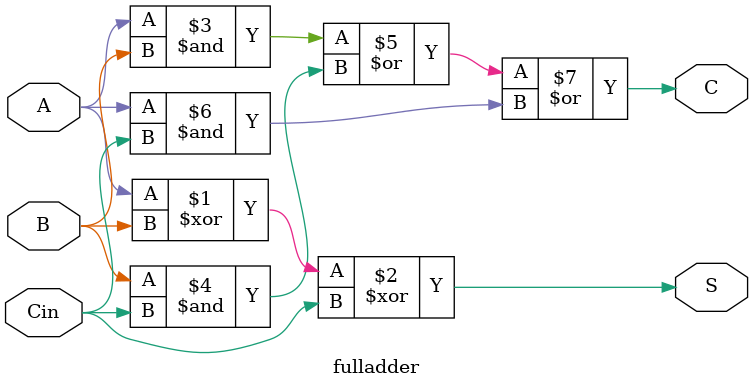
<source format=v>
`timescale 1ns / 1ps
module fulladder(input A,input B,input Cin,output S,output C);
assign S=A^B^Cin;
assign C=A&B | B&Cin | A&Cin;
endmodule

</source>
